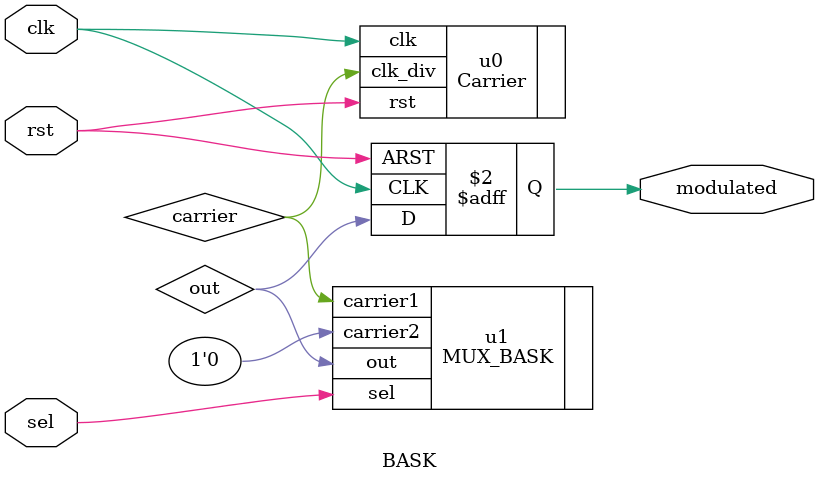
<source format=v>

module BASK
(
	input clk,
	input rst,
	input sel,
	output reg modulated
);

	wire carrier;
	wire out;

	Carrier u0 (.clk(clk),.rst(rst),.clk_div(carrier));
	MUX_BASK u1 (.carrier1(carrier),.carrier2(1'b0),.sel(sel),.out(out));
	
	always @ (posedge clk or posedge rst) begin
		if (rst) begin
			modulated <= 0;
		end else begin
			modulated <= out;
		end
	end
	
endmodule
</source>
